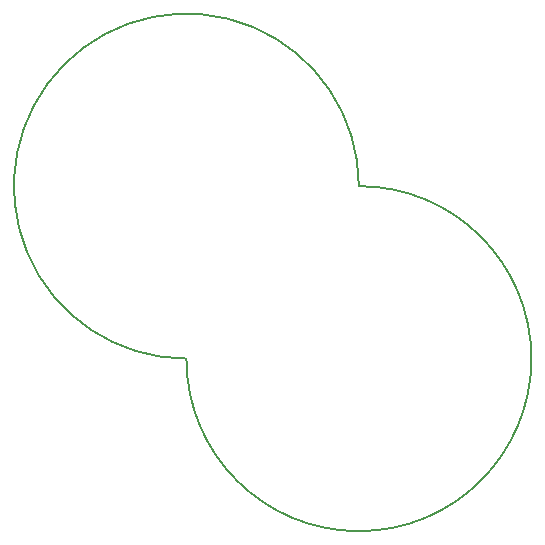
<source format=gm1>
G04 #@! TF.FileFunction,Profile,NP*
%FSLAX46Y46*%
G04 Gerber Fmt 4.6, Leading zero omitted, Abs format (unit mm)*
G04 Created by KiCad (PCBNEW 4.0.2+dfsg1-stable) date Wed 08 Aug 2018 06:44:04 PM EDT*
%MOMM*%
G01*
G04 APERTURE LIST*
%ADD10C,0.100000*%
%ADD11C,0.150000*%
G04 APERTURE END LIST*
D10*
D11*
X140970000Y-120015000D02*
G75*
G03X126365000Y-105410000I-14605000J0D01*
G01*
X126365000Y-105410000D02*
G75*
G03X111760000Y-120015000I-14605000J0D01*
G01*
X111760000Y-120015000D02*
G75*
G03X140970000Y-120015000I14605000J0D01*
G01*
M02*

</source>
